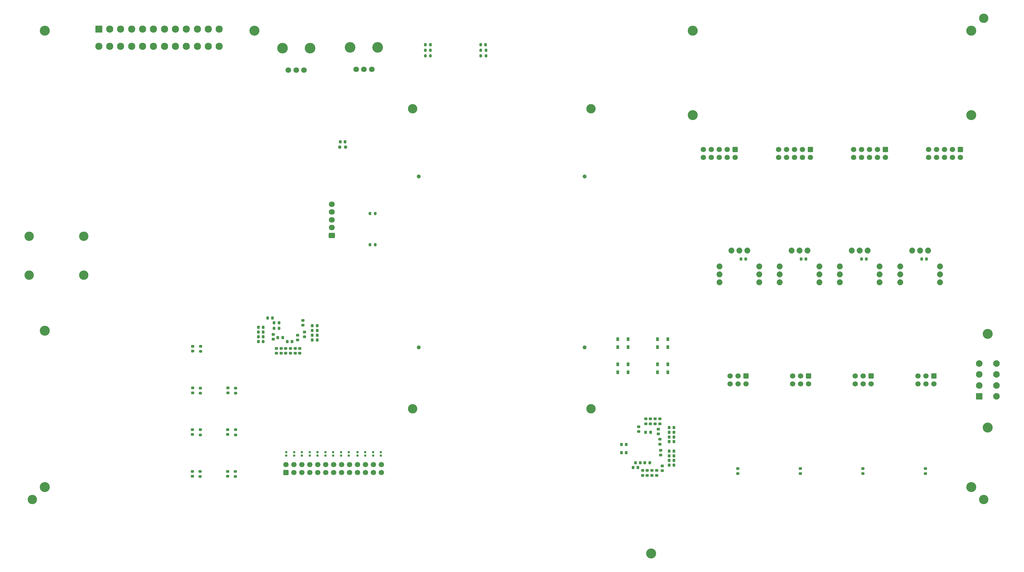
<source format=gbr>
%TF.GenerationSoftware,KiCad,Pcbnew,9.0.6-9.0.6~ubuntu24.04.1*%
%TF.CreationDate,2026-01-26T00:38:38+01:00*%
%TF.ProjectId,FPGA_Board_BA,46504741-5f42-46f6-9172-645f42412e6b,rev?*%
%TF.SameCoordinates,Original*%
%TF.FileFunction,Soldermask,Bot*%
%TF.FilePolarity,Negative*%
%FSLAX46Y46*%
G04 Gerber Fmt 4.6, Leading zero omitted, Abs format (unit mm)*
G04 Created by KiCad (PCBNEW 9.0.6-9.0.6~ubuntu24.04.1) date 2026-01-26 00:38:38*
%MOMM*%
%LPD*%
G01*
G04 APERTURE LIST*
G04 Aperture macros list*
%AMRoundRect*
0 Rectangle with rounded corners*
0 $1 Rounding radius*
0 $2 $3 $4 $5 $6 $7 $8 $9 X,Y pos of 4 corners*
0 Add a 4 corners polygon primitive as box body*
4,1,4,$2,$3,$4,$5,$6,$7,$8,$9,$2,$3,0*
0 Add four circle primitives for the rounded corners*
1,1,$1+$1,$2,$3*
1,1,$1+$1,$4,$5*
1,1,$1+$1,$6,$7*
1,1,$1+$1,$8,$9*
0 Add four rect primitives between the rounded corners*
20,1,$1+$1,$2,$3,$4,$5,0*
20,1,$1+$1,$4,$5,$6,$7,0*
20,1,$1+$1,$6,$7,$8,$9,0*
20,1,$1+$1,$8,$9,$2,$3,0*%
G04 Aperture macros list end*
%ADD10C,3.200000*%
%ADD11C,3.000000*%
%ADD12C,1.890000*%
%ADD13RoundRect,0.250000X-0.600000X0.600000X-0.600000X-0.600000X0.600000X-0.600000X0.600000X0.600000X0*%
%ADD14C,1.700000*%
%ADD15C,1.800000*%
%ADD16C,3.400000*%
%ADD17C,1.300000*%
%ADD18RoundRect,0.250000X0.725000X-0.600000X0.725000X0.600000X-0.725000X0.600000X-0.725000X-0.600000X0*%
%ADD19O,1.950000X1.700000*%
%ADD20R,2.300000X2.300000*%
%ADD21C,2.300000*%
%ADD22R,2.100000X2.100000*%
%ADD23C,2.100000*%
%ADD24RoundRect,0.250000X0.600000X-0.600000X0.600000X0.600000X-0.600000X0.600000X-0.600000X-0.600000X0*%
%ADD25RoundRect,0.200000X-0.200000X-0.275000X0.200000X-0.275000X0.200000X0.275000X-0.200000X0.275000X0*%
%ADD26RoundRect,0.225000X-0.225000X-0.250000X0.225000X-0.250000X0.225000X0.250000X-0.225000X0.250000X0*%
%ADD27RoundRect,0.225000X-0.225000X-0.375000X0.225000X-0.375000X0.225000X0.375000X-0.225000X0.375000X0*%
%ADD28RoundRect,0.155000X0.155000X-0.212500X0.155000X0.212500X-0.155000X0.212500X-0.155000X-0.212500X0*%
%ADD29RoundRect,0.225000X0.250000X-0.225000X0.250000X0.225000X-0.250000X0.225000X-0.250000X-0.225000X0*%
%ADD30RoundRect,0.225000X-0.250000X0.225000X-0.250000X-0.225000X0.250000X-0.225000X0.250000X0.225000X0*%
%ADD31RoundRect,0.225000X0.225000X0.250000X-0.225000X0.250000X-0.225000X-0.250000X0.225000X-0.250000X0*%
%ADD32RoundRect,0.200000X-0.275000X0.200000X-0.275000X-0.200000X0.275000X-0.200000X0.275000X0.200000X0*%
%ADD33RoundRect,0.200000X0.200000X0.275000X-0.200000X0.275000X-0.200000X-0.275000X0.200000X-0.275000X0*%
%ADD34RoundRect,0.237500X-0.250000X-0.237500X0.250000X-0.237500X0.250000X0.237500X-0.250000X0.237500X0*%
G04 APERTURE END LIST*
D10*
%TO.C,REF\u002A\u002A*%
X47800000Y-62400000D03*
%TD*%
D11*
%TO.C,J3*%
X42800000Y-128150000D03*
X60300000Y-128150000D03*
%TD*%
D10*
%TO.C,REF\u002A\u002A*%
X47800000Y-158400000D03*
%TD*%
%TO.C,REF\u002A\u002A*%
X254800000Y-89400000D03*
%TD*%
D12*
%TO.C,U43*%
X276060000Y-137832512D03*
X276060000Y-140372512D03*
X276060000Y-142912512D03*
X263360000Y-142912512D03*
X263360000Y-140372512D03*
X263360000Y-137832512D03*
X267170000Y-132752512D03*
X269710000Y-132772512D03*
X272250000Y-132752512D03*
%TD*%
D13*
%TO.C,J12*%
X268380000Y-100360000D03*
D14*
X268380000Y-102900000D03*
X265840000Y-100360000D03*
X265840000Y-102900000D03*
X263300000Y-100360000D03*
X263300000Y-102900000D03*
X260760000Y-100360000D03*
X260760000Y-102900000D03*
X258220000Y-100360000D03*
X258220000Y-102900000D03*
%TD*%
D10*
%TO.C,REF\u002A\u002A*%
X343800000Y-89400000D03*
%TD*%
%TO.C,REF\u002A\u002A*%
X114800000Y-62400000D03*
%TD*%
%TO.C,REF\u002A\u002A*%
X254800000Y-62400000D03*
%TD*%
%TO.C,REF\u002A\u002A*%
X241550000Y-229650000D03*
%TD*%
D13*
%TO.C,J5*%
X271845000Y-172897500D03*
D14*
X271845000Y-175437500D03*
X269305000Y-172897500D03*
X269305000Y-175437500D03*
X266765000Y-172897500D03*
X266765000Y-175437500D03*
%TD*%
D15*
%TO.C,R63*%
X125662500Y-74954988D03*
X128162500Y-74954988D03*
X130662500Y-74954988D03*
D16*
X123762500Y-67954988D03*
X132562500Y-67954988D03*
%TD*%
D10*
%TO.C,REF\u002A\u002A*%
X343800000Y-208400000D03*
%TD*%
D13*
%TO.C,J13*%
X292380000Y-100397500D03*
D14*
X292380000Y-102937500D03*
X289840000Y-100397500D03*
X289840000Y-102937500D03*
X287300000Y-100397500D03*
X287300000Y-102937500D03*
X284760000Y-100397500D03*
X284760000Y-102937500D03*
X282220000Y-100397500D03*
X282220000Y-102937500D03*
%TD*%
D12*
%TO.C,U31*%
X295310000Y-137832512D03*
X295310000Y-140372512D03*
X295310000Y-142912512D03*
X282610000Y-142912512D03*
X282610000Y-140372512D03*
X282610000Y-137832512D03*
X286420000Y-132752512D03*
X288960000Y-132772512D03*
X291500000Y-132752512D03*
%TD*%
D13*
%TO.C,J14*%
X316380000Y-100397500D03*
D14*
X316380000Y-102937500D03*
X313840000Y-100397500D03*
X313840000Y-102937500D03*
X311300000Y-100397500D03*
X311300000Y-102937500D03*
X308760000Y-100397500D03*
X308760000Y-102937500D03*
X306220000Y-100397500D03*
X306220000Y-102937500D03*
%TD*%
D11*
%TO.C,U2*%
X165300000Y-87400000D03*
X165300000Y-183400000D03*
X222300000Y-87400000D03*
X222300000Y-183400000D03*
D17*
X167300000Y-109045000D03*
X220300000Y-109045000D03*
X167300000Y-163755000D03*
X220300000Y-163755000D03*
%TD*%
D11*
%TO.C,J4*%
X42800000Y-140650000D03*
X60300000Y-140650000D03*
%TD*%
D10*
%TO.C,REF\u002A\u002A*%
X343800000Y-62400000D03*
%TD*%
D13*
%TO.C,J7*%
X311845000Y-172897500D03*
D14*
X311845000Y-175437500D03*
X309305000Y-172897500D03*
X309305000Y-175437500D03*
X306765000Y-172897500D03*
X306765000Y-175437500D03*
%TD*%
D15*
%TO.C,R54*%
X147267500Y-74709988D03*
X149767500Y-74709988D03*
X152267500Y-74709988D03*
D16*
X145367500Y-67709988D03*
X154167500Y-67709988D03*
%TD*%
D18*
%TO.C,J20*%
X139550000Y-127900000D03*
D19*
X139550000Y-125400000D03*
X139550000Y-122900000D03*
X139550000Y-120400000D03*
X139550000Y-117900000D03*
%TD*%
D10*
%TO.C,REF\u002A\u002A*%
X349050000Y-159400000D03*
%TD*%
D13*
%TO.C,J15*%
X340380000Y-100400000D03*
D14*
X340380000Y-102940000D03*
X337840000Y-100400000D03*
X337840000Y-102940000D03*
X335300000Y-100400000D03*
X335300000Y-102940000D03*
X332760000Y-100400000D03*
X332760000Y-102940000D03*
X330220000Y-100400000D03*
X330220000Y-102940000D03*
%TD*%
D10*
%TO.C,REF\u002A\u002A*%
X349050000Y-189400000D03*
%TD*%
%TO.C,REF\u002A\u002A*%
X47800000Y-208400000D03*
%TD*%
D12*
%TO.C,U37*%
X314560000Y-137832512D03*
X314560000Y-140372512D03*
X314560000Y-142912512D03*
X301860000Y-142912512D03*
X301860000Y-140372512D03*
X301860000Y-137832512D03*
X305670000Y-132752512D03*
X308210000Y-132772512D03*
X310750000Y-132752512D03*
%TD*%
%TO.C,U40*%
X333810000Y-137832512D03*
X333810000Y-140372512D03*
X333810000Y-142912512D03*
X321110000Y-142912512D03*
X321110000Y-140372512D03*
X321110000Y-137832512D03*
X324920000Y-132752512D03*
X327460000Y-132772512D03*
X330000000Y-132752512D03*
%TD*%
D13*
%TO.C,J6*%
X291845000Y-172897500D03*
D14*
X291845000Y-175437500D03*
X289305000Y-172897500D03*
X289305000Y-175437500D03*
X286765000Y-172897500D03*
X286765000Y-175437500D03*
%TD*%
D20*
%TO.C,J18*%
X65050000Y-61850000D03*
D21*
X65050000Y-67350000D03*
X68550000Y-61850000D03*
X68550000Y-67350000D03*
X72050000Y-61850000D03*
X72050000Y-67350000D03*
X75550000Y-61850000D03*
X75550000Y-67350000D03*
X79050000Y-61850000D03*
X79050000Y-67350000D03*
X82550000Y-61850000D03*
X82550000Y-67350000D03*
X86050000Y-61850000D03*
X86050000Y-67350000D03*
X89550000Y-61850000D03*
X89550000Y-67350000D03*
X93050000Y-61850000D03*
X93050000Y-67350000D03*
X96550000Y-61850000D03*
X96550000Y-67350000D03*
X100050000Y-61850000D03*
X100050000Y-67350000D03*
X103550000Y-61850000D03*
X103550000Y-67350000D03*
%TD*%
D22*
%TO.C,J17*%
X346356000Y-179400000D03*
D23*
X346356000Y-175900000D03*
X346356000Y-172400000D03*
X346356000Y-168900000D03*
X351856000Y-179400000D03*
X351856000Y-175900000D03*
X351856000Y-172400000D03*
X351856000Y-168900000D03*
%TD*%
D13*
%TO.C,J8*%
X331845000Y-172897500D03*
D14*
X331845000Y-175437500D03*
X329305000Y-172897500D03*
X329305000Y-175437500D03*
X326765000Y-172897500D03*
X326765000Y-175437500D03*
%TD*%
D24*
%TO.C,J9*%
X124835000Y-203812500D03*
D14*
X124835000Y-201272500D03*
X127375000Y-203812500D03*
X127375000Y-201272500D03*
X129915000Y-203812500D03*
X129915000Y-201272500D03*
X132455000Y-203812500D03*
X132455000Y-201272500D03*
X134995000Y-203812500D03*
X134995000Y-201272500D03*
X137535000Y-203812500D03*
X137535000Y-201272500D03*
X140075000Y-203812500D03*
X140075000Y-201272500D03*
X142615000Y-203812500D03*
X142615000Y-201272500D03*
X145155000Y-203812500D03*
X145155000Y-201272500D03*
X147695000Y-203812500D03*
X147695000Y-201272500D03*
X150235000Y-203812500D03*
X150235000Y-201272500D03*
X152775000Y-203812500D03*
X152775000Y-201272500D03*
X155315000Y-203812500D03*
X155315000Y-201272500D03*
%TD*%
D25*
%TO.C,R6*%
X121041199Y-157601037D03*
X122691199Y-157601037D03*
%TD*%
D26*
%TO.C,C115*%
X133275000Y-158325000D03*
X134825000Y-158325000D03*
%TD*%
%TO.C,C147*%
X308722500Y-135465012D03*
X310272500Y-135465012D03*
%TD*%
D27*
%TO.C,D26*%
X230850000Y-161125000D03*
X234150000Y-161125000D03*
%TD*%
D28*
%TO.C,D23*%
X147705000Y-198380000D03*
X147705000Y-197245000D03*
%TD*%
D11*
%TO.C,fid2b*%
X347800000Y-212400000D03*
%TD*%
D29*
%TO.C,C43*%
X239800000Y-188175000D03*
X239800000Y-186625000D03*
%TD*%
D30*
%TO.C,C108*%
X123300000Y-164050000D03*
X123300000Y-165600000D03*
%TD*%
D26*
%TO.C,C28*%
X247275000Y-199900000D03*
X248825000Y-199900000D03*
%TD*%
D28*
%TO.C,D20*%
X139955000Y-198380000D03*
X139955000Y-197245000D03*
%TD*%
D26*
%TO.C,C37*%
X247275000Y-196900000D03*
X248825000Y-196900000D03*
%TD*%
%TO.C,C113*%
X133275000Y-156825000D03*
X134825000Y-156825000D03*
%TD*%
D27*
%TO.C,D28*%
X230850000Y-171675000D03*
X234150000Y-171675000D03*
%TD*%
D11*
%TO.C,fid3b*%
X347800000Y-58400000D03*
%TD*%
D26*
%TO.C,C14*%
X122275000Y-160575000D03*
X123825000Y-160575000D03*
%TD*%
D29*
%TO.C,C45*%
X241300000Y-188175000D03*
X241300000Y-186625000D03*
%TD*%
D28*
%TO.C,D15*%
X127455000Y-198380000D03*
X127455000Y-197245000D03*
%TD*%
D31*
%TO.C,C56*%
X188612500Y-66900000D03*
X187062500Y-66900000D03*
%TD*%
D30*
%TO.C,C69*%
X237550000Y-189125000D03*
X237550000Y-190675000D03*
%TD*%
D29*
%TO.C,C80*%
X244300000Y-188175000D03*
X244300000Y-186625000D03*
%TD*%
D26*
%TO.C,C103*%
X133275000Y-159825000D03*
X134825000Y-159825000D03*
%TD*%
D30*
%TO.C,C34*%
X240300000Y-203125000D03*
X240300000Y-204675000D03*
%TD*%
D28*
%TO.C,D22*%
X144955000Y-198380000D03*
X144955000Y-197245000D03*
%TD*%
D26*
%TO.C,C30*%
X247275000Y-201400000D03*
X248825000Y-201400000D03*
%TD*%
D25*
%TO.C,R221*%
X151725000Y-130865523D03*
X153375000Y-130865523D03*
%TD*%
D31*
%TO.C,C100*%
X117575000Y-160325000D03*
X116025000Y-160325000D03*
%TD*%
%TO.C,C55*%
X170975000Y-66900000D03*
X169425000Y-66900000D03*
%TD*%
D32*
%TO.C,R124*%
X108760000Y-190075000D03*
X108760000Y-191725000D03*
%TD*%
D26*
%TO.C,C88*%
X247275000Y-192400000D03*
X248825000Y-192400000D03*
%TD*%
%TO.C,C66*%
X239775000Y-190900000D03*
X241325000Y-190900000D03*
%TD*%
D29*
%TO.C,C71*%
X244550000Y-198175000D03*
X244550000Y-196625000D03*
%TD*%
%TO.C,C73*%
X269205000Y-204071930D03*
X269205000Y-202521930D03*
%TD*%
D30*
%TO.C,C122*%
X94972579Y-203413010D03*
X94972579Y-204963010D03*
%TD*%
D29*
%TO.C,C41*%
X309205000Y-204071930D03*
X309205000Y-202521930D03*
%TD*%
D30*
%TO.C,C93*%
X129300000Y-164050000D03*
X129300000Y-165600000D03*
%TD*%
%TO.C,C58*%
X245050000Y-201625000D03*
X245050000Y-203175000D03*
%TD*%
D29*
%TO.C,C40*%
X289205000Y-204071930D03*
X289205000Y-202521930D03*
%TD*%
D31*
%TO.C,C60*%
X238075000Y-200650000D03*
X236525000Y-200650000D03*
%TD*%
D25*
%TO.C,R110*%
X121041199Y-155851037D03*
X122691199Y-155851037D03*
%TD*%
D33*
%TO.C,R59*%
X188775000Y-70400000D03*
X187125000Y-70400000D03*
%TD*%
D31*
%TO.C,C67*%
X233575000Y-197400000D03*
X232025000Y-197400000D03*
%TD*%
D29*
%TO.C,C78*%
X242800000Y-188175000D03*
X242800000Y-186625000D03*
%TD*%
D28*
%TO.C,D4*%
X155205000Y-198380000D03*
X155205000Y-197245000D03*
%TD*%
D27*
%TO.C,D29*%
X246900000Y-161125000D03*
X243600000Y-161125000D03*
%TD*%
D30*
%TO.C,C118*%
X126300000Y-164050000D03*
X126300000Y-165600000D03*
%TD*%
D27*
%TO.C,D31*%
X243600000Y-169125000D03*
X246900000Y-169125000D03*
%TD*%
D26*
%TO.C,C85*%
X247275000Y-190900000D03*
X248825000Y-190900000D03*
%TD*%
D31*
%TO.C,C98*%
X117575000Y-161825000D03*
X116025000Y-161825000D03*
%TD*%
D27*
%TO.C,D27*%
X230850000Y-169125000D03*
X234150000Y-169125000D03*
%TD*%
D32*
%TO.C,R133*%
X97510000Y-190075000D03*
X97510000Y-191725000D03*
%TD*%
D26*
%TO.C,C152*%
X327972500Y-135465012D03*
X329522500Y-135465012D03*
%TD*%
D31*
%TO.C,C72*%
X241075000Y-200650000D03*
X239525000Y-200650000D03*
%TD*%
D27*
%TO.C,D25*%
X230850000Y-163675000D03*
X234150000Y-163675000D03*
%TD*%
D26*
%TO.C,C105*%
X133275000Y-161325000D03*
X134825000Y-161325000D03*
%TD*%
D28*
%TO.C,D1*%
X150205000Y-198380000D03*
X150205000Y-197245000D03*
%TD*%
%TO.C,D16*%
X129955000Y-198380000D03*
X129955000Y-197245000D03*
%TD*%
%TO.C,D17*%
X132455000Y-198380000D03*
X132455000Y-197245000D03*
%TD*%
D27*
%TO.C,D32*%
X243600000Y-171675000D03*
X246900000Y-171675000D03*
%TD*%
D26*
%TO.C,C39*%
X247275000Y-198400000D03*
X248825000Y-198400000D03*
%TD*%
D28*
%TO.C,D21*%
X142455000Y-198380000D03*
X142455000Y-197245000D03*
%TD*%
D31*
%TO.C,C160*%
X117575000Y-157325000D03*
X116025000Y-157325000D03*
%TD*%
D32*
%TO.C,R142*%
X108720000Y-203425000D03*
X108720000Y-205075000D03*
%TD*%
%TO.C,R115*%
X97550000Y-176725000D03*
X97550000Y-178375000D03*
%TD*%
D26*
%TO.C,C83*%
X247275000Y-189400000D03*
X248825000Y-189400000D03*
%TD*%
D30*
%TO.C,C112*%
X95012579Y-190063010D03*
X95012579Y-191613010D03*
%TD*%
D33*
%TO.C,R60*%
X188775000Y-68650000D03*
X187125000Y-68650000D03*
%TD*%
D30*
%TO.C,C70*%
X244300000Y-193125000D03*
X244300000Y-194675000D03*
%TD*%
D29*
%TO.C,C64*%
X243800000Y-191425000D03*
X243800000Y-189875000D03*
%TD*%
D30*
%TO.C,C36*%
X238800000Y-203125000D03*
X238800000Y-204675000D03*
%TD*%
D29*
%TO.C,C13*%
X128550000Y-161370000D03*
X128550000Y-159820000D03*
%TD*%
D28*
%TO.C,D14*%
X124955000Y-198380000D03*
X124955000Y-197245000D03*
%TD*%
D33*
%TO.C,R56*%
X171025000Y-70400000D03*
X169375000Y-70400000D03*
%TD*%
D30*
%TO.C,C102*%
X95052579Y-176713010D03*
X95052579Y-178263010D03*
%TD*%
D29*
%TO.C,C42*%
X329205000Y-204071930D03*
X329205000Y-202521930D03*
%TD*%
D31*
%TO.C,C158*%
X117575000Y-158825000D03*
X116025000Y-158825000D03*
%TD*%
D32*
%TO.C,R151*%
X97470000Y-203425000D03*
X97470000Y-205075000D03*
%TD*%
D27*
%TO.C,D30*%
X243600000Y-163675000D03*
X246900000Y-163675000D03*
%TD*%
D26*
%TO.C,C11*%
X125275000Y-161825000D03*
X126825000Y-161825000D03*
%TD*%
D30*
%TO.C,C162*%
X95092579Y-163363010D03*
X95092579Y-164913010D03*
%TD*%
D28*
%TO.C,D19*%
X137455000Y-198380000D03*
X137455000Y-197245000D03*
%TD*%
D30*
%TO.C,C120*%
X124800000Y-164050000D03*
X124800000Y-165600000D03*
%TD*%
D26*
%TO.C,C15*%
X119025000Y-154325000D03*
X120575000Y-154325000D03*
%TD*%
%TO.C,C90*%
X247300000Y-193900000D03*
X248850000Y-193900000D03*
%TD*%
D31*
%TO.C,C62*%
X237325000Y-202150000D03*
X235775000Y-202150000D03*
%TD*%
D26*
%TO.C,C165*%
X142187130Y-97900000D03*
X143737130Y-97900000D03*
%TD*%
D30*
%TO.C,C95*%
X127800000Y-164050000D03*
X127800000Y-165600000D03*
%TD*%
%TO.C,C107*%
X106262579Y-190063010D03*
X106262579Y-191613010D03*
%TD*%
D29*
%TO.C,C12*%
X130300000Y-156600000D03*
X130300000Y-155050000D03*
%TD*%
D30*
%TO.C,C33*%
X241800000Y-203125000D03*
X241800000Y-204675000D03*
%TD*%
D28*
%TO.C,D18*%
X134955000Y-198380000D03*
X134955000Y-197245000D03*
%TD*%
D26*
%TO.C,C157*%
X270222500Y-135465012D03*
X271772500Y-135465012D03*
%TD*%
D30*
%TO.C,C110*%
X121800000Y-164050000D03*
X121800000Y-165600000D03*
%TD*%
D31*
%TO.C,C59*%
X233570000Y-194815012D03*
X232020000Y-194815012D03*
%TD*%
D33*
%TO.C,R57*%
X171025000Y-68650000D03*
X169375000Y-68650000D03*
%TD*%
D11*
%TO.C,fid1b*%
X43800000Y-212400000D03*
%TD*%
D30*
%TO.C,C31*%
X243300000Y-203125000D03*
X243300000Y-204675000D03*
%TD*%
D26*
%TO.C,C136*%
X289472500Y-135465012D03*
X291022500Y-135465012D03*
%TD*%
D25*
%TO.C,R241*%
X151725000Y-120865523D03*
X153375000Y-120865523D03*
%TD*%
D32*
%TO.C,R249*%
X97590000Y-163375000D03*
X97590000Y-165025000D03*
%TD*%
D30*
%TO.C,C7*%
X130800000Y-158800000D03*
X130800000Y-160350000D03*
%TD*%
D34*
%TO.C,R117*%
X142049630Y-99650000D03*
X143874630Y-99650000D03*
%TD*%
D30*
%TO.C,C9*%
X120800000Y-159575000D03*
X120800000Y-161125000D03*
%TD*%
D28*
%TO.C,D3*%
X152705000Y-198380000D03*
X152705000Y-197245000D03*
%TD*%
D32*
%TO.C,R106*%
X108800000Y-176725000D03*
X108800000Y-178375000D03*
%TD*%
D30*
%TO.C,C97*%
X106302579Y-176713010D03*
X106302579Y-178263010D03*
%TD*%
%TO.C,C117*%
X106222579Y-203413010D03*
X106222579Y-204963010D03*
%TD*%
M02*

</source>
